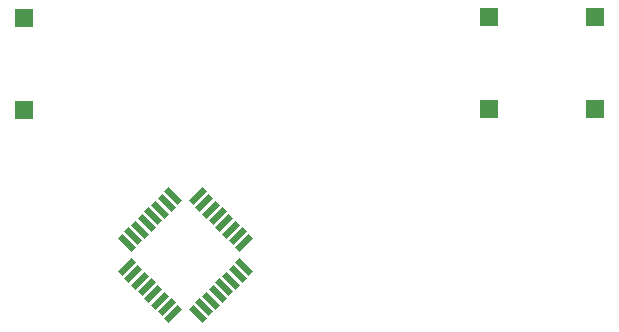
<source format=gbr>
G04 #@! TF.GenerationSoftware,KiCad,Pcbnew,6.0.0-d3dd2cf0fa~116~ubuntu20.04.1*
G04 #@! TF.CreationDate,2022-01-06T20:49:06+01:00*
G04 #@! TF.ProjectId,numitron clock,6e756d69-7472-46f6-9e20-636c6f636b2e,rev?*
G04 #@! TF.SameCoordinates,Original*
G04 #@! TF.FileFunction,Paste,Top*
G04 #@! TF.FilePolarity,Positive*
%FSLAX46Y46*%
G04 Gerber Fmt 4.6, Leading zero omitted, Abs format (unit mm)*
G04 Created by KiCad (PCBNEW 6.0.0-d3dd2cf0fa~116~ubuntu20.04.1) date 2022-01-06 20:49:06*
%MOMM*%
%LPD*%
G01*
G04 APERTURE LIST*
G04 Aperture macros list*
%AMRotRect*
0 Rectangle, with rotation*
0 The origin of the aperture is its center*
0 $1 length*
0 $2 width*
0 $3 Rotation angle, in degrees counterclockwise*
0 Add horizontal line*
21,1,$1,$2,0,0,$3*%
G04 Aperture macros list end*
%ADD10R,1.500000X1.500000*%
%ADD11RotRect,1.600000X0.550000X225.000000*%
%ADD12RotRect,1.600000X0.550000X135.000000*%
G04 APERTURE END LIST*
D10*
X144100000Y-84200000D03*
X144100000Y-92000000D03*
X192500000Y-91900000D03*
X192500000Y-84100000D03*
X183500000Y-91900000D03*
X183500000Y-84100000D03*
D11*
X156774695Y-109285103D03*
X156209010Y-108719417D03*
X155643324Y-108153732D03*
X155077639Y-107588047D03*
X154511953Y-107022361D03*
X153946268Y-106456676D03*
X153380583Y-105890990D03*
X152814897Y-105325305D03*
D12*
X152814897Y-103274695D03*
X153380583Y-102709010D03*
X153946268Y-102143324D03*
X154511953Y-101577639D03*
X155077639Y-101011953D03*
X155643324Y-100446268D03*
X156209010Y-99880583D03*
X156774695Y-99314897D03*
D11*
X158825305Y-99314897D03*
X159390990Y-99880583D03*
X159956676Y-100446268D03*
X160522361Y-101011953D03*
X161088047Y-101577639D03*
X161653732Y-102143324D03*
X162219417Y-102709010D03*
X162785103Y-103274695D03*
D12*
X162785103Y-105325305D03*
X162219417Y-105890990D03*
X161653732Y-106456676D03*
X161088047Y-107022361D03*
X160522361Y-107588047D03*
X159956676Y-108153732D03*
X159390990Y-108719417D03*
X158825305Y-109285103D03*
M02*

</source>
